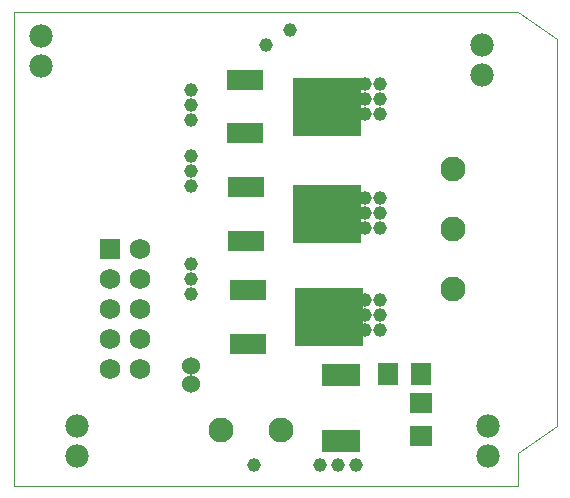
<source format=gbs>
G75*
%MOIN*%
%OFA0B0*%
%FSLAX25Y25*%
%IPPOS*%
%LPD*%
%AMOC8*
5,1,8,0,0,1.08239X$1,22.5*
%
%ADD10C,0.00000*%
%ADD11R,0.12211X0.06699*%
%ADD12R,0.22900X0.19400*%
%ADD13R,0.06699X0.07498*%
%ADD14R,0.07487X0.06699*%
%ADD15C,0.08274*%
%ADD16R,0.12998X0.07487*%
%ADD17R,0.06900X0.06900*%
%ADD18C,0.06900*%
%ADD19C,0.07800*%
%ADD20C,0.04534*%
%ADD21C,0.06000*%
D10*
X0005867Y0006387D02*
X0005867Y0164387D01*
X0173867Y0164387D01*
X0186867Y0155387D01*
X0186867Y0026387D01*
X0173867Y0017387D01*
X0173867Y0006387D01*
X0005867Y0006387D01*
D11*
X0083985Y0053694D03*
X0083985Y0071647D03*
X0083260Y0088159D03*
X0083260Y0106112D03*
X0083064Y0123954D03*
X0083064Y0141907D03*
D12*
X0110221Y0132931D03*
X0110418Y0097135D03*
X0111142Y0062671D03*
D13*
X0130599Y0043907D03*
X0141796Y0043907D03*
D14*
X0141796Y0034088D03*
X0141796Y0023064D03*
D15*
X0094965Y0025029D03*
X0074965Y0025029D03*
X0152225Y0072155D03*
X0152225Y0092155D03*
X0152225Y0112155D03*
D16*
X0115056Y0043545D03*
X0115056Y0021497D03*
D17*
X0037867Y0085387D03*
D18*
X0047867Y0085387D03*
X0047867Y0075387D03*
X0037867Y0075387D03*
X0037867Y0065387D03*
X0047867Y0065387D03*
X0047867Y0055387D03*
X0047867Y0045387D03*
X0037867Y0045387D03*
X0037867Y0055387D03*
D19*
X0026867Y0026387D03*
X0026867Y0016387D03*
X0014867Y0146387D03*
X0014867Y0156387D03*
X0161867Y0153387D03*
X0161867Y0143387D03*
X0163867Y0026387D03*
X0163867Y0016387D03*
D20*
X0127867Y0058387D03*
X0127867Y0063387D03*
X0122867Y0063387D03*
X0122867Y0058387D03*
X0122867Y0068387D03*
X0127867Y0068387D03*
X0127867Y0092387D03*
X0122867Y0092387D03*
X0122867Y0097387D03*
X0127867Y0097387D03*
X0127867Y0102387D03*
X0122867Y0102387D03*
X0122867Y0130387D03*
X0127867Y0130387D03*
X0127867Y0135387D03*
X0122867Y0135387D03*
X0122867Y0140387D03*
X0127867Y0140387D03*
X0097867Y0158387D03*
X0089867Y0153387D03*
X0064867Y0138387D03*
X0064867Y0133387D03*
X0064867Y0128387D03*
X0064867Y0116387D03*
X0064867Y0111387D03*
X0064867Y0106387D03*
X0064867Y0080387D03*
X0064867Y0075387D03*
X0064867Y0070387D03*
X0085867Y0013387D03*
X0107867Y0013387D03*
X0113867Y0013387D03*
X0119867Y0013387D03*
D21*
X0064867Y0040387D03*
X0064867Y0046387D03*
M02*

</source>
